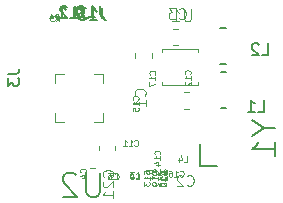
<source format=gbr>
G04 #@! TF.GenerationSoftware,KiCad,Pcbnew,(5.1.0)-1*
G04 #@! TF.CreationDate,2019-09-19T19:12:12-07:00*
G04 #@! TF.ProjectId,WireFreeV4_Release,57697265-4672-4656-9556-345f52656c65,rev?*
G04 #@! TF.SameCoordinates,Original*
G04 #@! TF.FileFunction,Legend,Bot*
G04 #@! TF.FilePolarity,Positive*
%FSLAX46Y46*%
G04 Gerber Fmt 4.6, Leading zero omitted, Abs format (unit mm)*
G04 Created by KiCad (PCBNEW (5.1.0)-1) date 2019-09-19 19:12:12*
%MOMM*%
%LPD*%
G04 APERTURE LIST*
%ADD10C,0.120000*%
%ADD11C,0.100000*%
%ADD12C,0.150000*%
%ADD13C,0.090000*%
%ADD14C,0.200000*%
%ADD15C,0.050000*%
G04 APERTURE END LIST*
D10*
X122679460Y-100838000D02*
X123162060Y-100838000D01*
D11*
X130138700Y-90430580D02*
X129728700Y-90430580D01*
X130138700Y-89030580D02*
X129728700Y-89030580D01*
D12*
X134263920Y-88974800D02*
X133763920Y-88974800D01*
X133763920Y-91974800D02*
X134263920Y-91974800D01*
X132013060Y-100601600D02*
X132013060Y-98772800D01*
X133511660Y-100601600D02*
X132013060Y-100601600D01*
D11*
X123075380Y-96911380D02*
X123835380Y-96911380D01*
X123835380Y-96911380D02*
X123835380Y-96151380D01*
X120495380Y-96911380D02*
X119735380Y-96911380D01*
X119735380Y-96911380D02*
X119735380Y-96151380D01*
X120495380Y-92811380D02*
X119735380Y-92811380D01*
X119735380Y-92811380D02*
X119735380Y-93571380D01*
X123075380Y-92811380D02*
X123835380Y-92811380D01*
X123835380Y-92811380D02*
X123835380Y-93571380D01*
X128774860Y-90707880D02*
X128774860Y-90977880D01*
X131874860Y-90707880D02*
X128774860Y-90707880D01*
X131874860Y-90977880D02*
X131874860Y-90707880D01*
X128774860Y-93807880D02*
X128774860Y-93537880D01*
X131874860Y-93807880D02*
X128774860Y-93807880D01*
X131874860Y-93537880D02*
X131874860Y-93807880D01*
D12*
X134276620Y-92700980D02*
X133776620Y-92700980D01*
X133776620Y-95700980D02*
X134276620Y-95700980D01*
D11*
X124847580Y-98907920D02*
X124847580Y-99317920D01*
X123447580Y-98907920D02*
X123447580Y-99317920D01*
X131066220Y-95792520D02*
X130656220Y-95792520D01*
X131066220Y-94392520D02*
X130656220Y-94392520D01*
X127961620Y-91062700D02*
X127961620Y-91472700D01*
X126561620Y-91062700D02*
X126561620Y-91472700D01*
D13*
X130269493Y-88110971D02*
X130313302Y-88154780D01*
X130444731Y-88198590D01*
X130532350Y-88198590D01*
X130663779Y-88154780D01*
X130751398Y-88067161D01*
X130795207Y-87979542D01*
X130839017Y-87804304D01*
X130839017Y-87672876D01*
X130795207Y-87497638D01*
X130751398Y-87410019D01*
X130663779Y-87322400D01*
X130532350Y-87278590D01*
X130444731Y-87278590D01*
X130313302Y-87322400D01*
X130269493Y-87366209D01*
X129962826Y-87278590D02*
X129393302Y-87278590D01*
X129699969Y-87629066D01*
X129568540Y-87629066D01*
X129480921Y-87672876D01*
X129437112Y-87716685D01*
X129393302Y-87804304D01*
X129393302Y-88023352D01*
X129437112Y-88110971D01*
X129480921Y-88154780D01*
X129568540Y-88198590D01*
X129831398Y-88198590D01*
X129919017Y-88154780D01*
X129962826Y-88110971D01*
D12*
X137272746Y-91257380D02*
X137748937Y-91257380D01*
X137748937Y-90257380D01*
X136987032Y-90352619D02*
X136939413Y-90305000D01*
X136844175Y-90257380D01*
X136606080Y-90257380D01*
X136510841Y-90305000D01*
X136463222Y-90352619D01*
X136415603Y-90447857D01*
X136415603Y-90543095D01*
X136463222Y-90685952D01*
X137034651Y-91257380D01*
X136415603Y-91257380D01*
D14*
X137451840Y-97391159D02*
X138404221Y-97391159D01*
X136404221Y-96724492D02*
X137451840Y-97391159D01*
X136404221Y-98057825D01*
X138404221Y-99772111D02*
X138404221Y-98629254D01*
X138404221Y-99200682D02*
X136404221Y-99200682D01*
X136689936Y-99010206D01*
X136880412Y-98819730D01*
X136975650Y-98629254D01*
X123555569Y-101228661D02*
X123555569Y-102847709D01*
X123460331Y-103038185D01*
X123365093Y-103133423D01*
X123174617Y-103228661D01*
X122793664Y-103228661D01*
X122603188Y-103133423D01*
X122507950Y-103038185D01*
X122412712Y-102847709D01*
X122412712Y-101228661D01*
X121555569Y-101419138D02*
X121460331Y-101323900D01*
X121269855Y-101228661D01*
X120793664Y-101228661D01*
X120603188Y-101323900D01*
X120507950Y-101419138D01*
X120412712Y-101609614D01*
X120412712Y-101800090D01*
X120507950Y-102085804D01*
X121650807Y-103228661D01*
X120412712Y-103228661D01*
D11*
X131272184Y-87366860D02*
X131272184Y-88176384D01*
X131224565Y-88271622D01*
X131176946Y-88319241D01*
X131081708Y-88366860D01*
X130891232Y-88366860D01*
X130795994Y-88319241D01*
X130748375Y-88271622D01*
X130700756Y-88176384D01*
X130700756Y-87366860D01*
X129700756Y-88366860D02*
X130272184Y-88366860D01*
X129986470Y-88366860D02*
X129986470Y-87366860D01*
X130081708Y-87509718D01*
X130176946Y-87604956D01*
X130272184Y-87652575D01*
D15*
X119765593Y-88295610D02*
X119932260Y-88057515D01*
X120051307Y-88295610D02*
X120051307Y-87795610D01*
X119860831Y-87795610D01*
X119813212Y-87819420D01*
X119789402Y-87843229D01*
X119765593Y-87890848D01*
X119765593Y-87962277D01*
X119789402Y-88009896D01*
X119813212Y-88033705D01*
X119860831Y-88057515D01*
X120051307Y-88057515D01*
X119337021Y-87962277D02*
X119337021Y-88295610D01*
X119456069Y-87771800D02*
X119575117Y-88128943D01*
X119265593Y-88128943D01*
X119837053Y-88399750D02*
X120003720Y-88161655D01*
X120122767Y-88399750D02*
X120122767Y-87899750D01*
X119932291Y-87899750D01*
X119884672Y-87923560D01*
X119860862Y-87947369D01*
X119837053Y-87994988D01*
X119837053Y-88066417D01*
X119860862Y-88114036D01*
X119884672Y-88137845D01*
X119932291Y-88161655D01*
X120122767Y-88161655D01*
X119670386Y-87899750D02*
X119360862Y-87899750D01*
X119527529Y-88090226D01*
X119456100Y-88090226D01*
X119408481Y-88114036D01*
X119384672Y-88137845D01*
X119360862Y-88185464D01*
X119360862Y-88304512D01*
X119384672Y-88352131D01*
X119408481Y-88375940D01*
X119456100Y-88399750D01*
X119598958Y-88399750D01*
X119646577Y-88375940D01*
X119670386Y-88352131D01*
X129250570Y-101328706D02*
X129012475Y-101162040D01*
X129250570Y-101042992D02*
X128750570Y-101042992D01*
X128750570Y-101233468D01*
X128774380Y-101281087D01*
X128798189Y-101304897D01*
X128845808Y-101328706D01*
X128917237Y-101328706D01*
X128964856Y-101304897D01*
X128988665Y-101281087D01*
X129012475Y-101233468D01*
X129012475Y-101042992D01*
X128798189Y-101519182D02*
X128774380Y-101542992D01*
X128750570Y-101590611D01*
X128750570Y-101709659D01*
X128774380Y-101757278D01*
X128798189Y-101781087D01*
X128845808Y-101804897D01*
X128893427Y-101804897D01*
X128964856Y-101781087D01*
X129250570Y-101495373D01*
X129250570Y-101804897D01*
X127965330Y-101292806D02*
X127727235Y-101126140D01*
X127965330Y-101007092D02*
X127465330Y-101007092D01*
X127465330Y-101197568D01*
X127489140Y-101245187D01*
X127512949Y-101268997D01*
X127560568Y-101292806D01*
X127631997Y-101292806D01*
X127679616Y-101268997D01*
X127703425Y-101245187D01*
X127727235Y-101197568D01*
X127727235Y-101007092D01*
X127965330Y-101768997D02*
X127965330Y-101483282D01*
X127965330Y-101626140D02*
X127465330Y-101626140D01*
X127536759Y-101578520D01*
X127584378Y-101530901D01*
X127608187Y-101483282D01*
X130676166Y-100283298D02*
X130923785Y-100283298D01*
X130923785Y-99763298D01*
X130279976Y-99936631D02*
X130279976Y-100283298D01*
X130403785Y-99738536D02*
X130527595Y-100109964D01*
X130205690Y-100109964D01*
X126575646Y-101647278D02*
X126823265Y-101647278D01*
X126823265Y-101127278D01*
X126451837Y-101127278D02*
X126129932Y-101127278D01*
X126303265Y-101325373D01*
X126228980Y-101325373D01*
X126179456Y-101350135D01*
X126154694Y-101374897D01*
X126129932Y-101424420D01*
X126129932Y-101548230D01*
X126154694Y-101597754D01*
X126179456Y-101622516D01*
X126228980Y-101647278D01*
X126377551Y-101647278D01*
X126427075Y-101622516D01*
X126451837Y-101597754D01*
D12*
X136948206Y-96055440D02*
X137424397Y-96055440D01*
X137424397Y-95055440D01*
X136091063Y-96055440D02*
X136662492Y-96055440D01*
X136376778Y-96055440D02*
X136376778Y-95055440D01*
X136472016Y-95198298D01*
X136567254Y-95293536D01*
X136662492Y-95341155D01*
X123725203Y-87275420D02*
X123725203Y-87989706D01*
X123772822Y-88132563D01*
X123868060Y-88227801D01*
X124010918Y-88275420D01*
X124106156Y-88275420D01*
X122725203Y-88275420D02*
X123296632Y-88275420D01*
X123010918Y-88275420D02*
X123010918Y-87275420D01*
X123106156Y-87418278D01*
X123201394Y-87513516D01*
X123296632Y-87561135D01*
X122391870Y-87275420D02*
X121772822Y-87275420D01*
X122106156Y-87656373D01*
X121963299Y-87656373D01*
X121868060Y-87703992D01*
X121820441Y-87751611D01*
X121772822Y-87846849D01*
X121772822Y-88084944D01*
X121820441Y-88180182D01*
X121868060Y-88227801D01*
X121963299Y-88275420D01*
X122249013Y-88275420D01*
X122344251Y-88227801D01*
X122391870Y-88180182D01*
X122147863Y-87115400D02*
X122147863Y-87829686D01*
X122195482Y-87972543D01*
X122290720Y-88067781D01*
X122433578Y-88115400D01*
X122528816Y-88115400D01*
X121147863Y-88115400D02*
X121719292Y-88115400D01*
X121433578Y-88115400D02*
X121433578Y-87115400D01*
X121528816Y-87258258D01*
X121624054Y-87353496D01*
X121719292Y-87401115D01*
X120766911Y-87210639D02*
X120719292Y-87163020D01*
X120624054Y-87115400D01*
X120385959Y-87115400D01*
X120290720Y-87163020D01*
X120243101Y-87210639D01*
X120195482Y-87305877D01*
X120195482Y-87401115D01*
X120243101Y-87543972D01*
X120814530Y-88115400D01*
X120195482Y-88115400D01*
X122051343Y-87130640D02*
X122051343Y-87844926D01*
X122098962Y-87987783D01*
X122194200Y-88083021D01*
X122337058Y-88130640D01*
X122432296Y-88130640D01*
X121051343Y-88130640D02*
X121622772Y-88130640D01*
X121337058Y-88130640D02*
X121337058Y-87130640D01*
X121432296Y-87273498D01*
X121527534Y-87368736D01*
X121622772Y-87416355D01*
X120098962Y-88130640D02*
X120670391Y-88130640D01*
X120384677Y-88130640D02*
X120384677Y-87130640D01*
X120479915Y-87273498D01*
X120575153Y-87368736D01*
X120670391Y-87416355D01*
X123565183Y-87051900D02*
X123565183Y-87766186D01*
X123612802Y-87909043D01*
X123708040Y-88004281D01*
X123850898Y-88051900D01*
X123946136Y-88051900D01*
X122565183Y-88051900D02*
X123136612Y-88051900D01*
X122850898Y-88051900D02*
X122850898Y-87051900D01*
X122946136Y-87194758D01*
X123041374Y-87289996D01*
X123136612Y-87337615D01*
X121946136Y-87051900D02*
X121850898Y-87051900D01*
X121755660Y-87099520D01*
X121708040Y-87147139D01*
X121660421Y-87242377D01*
X121612802Y-87432853D01*
X121612802Y-87670948D01*
X121660421Y-87861424D01*
X121708040Y-87956662D01*
X121755660Y-88004281D01*
X121850898Y-88051900D01*
X121946136Y-88051900D01*
X122041374Y-88004281D01*
X122088993Y-87956662D01*
X122136612Y-87861424D01*
X122184231Y-87670948D01*
X122184231Y-87432853D01*
X122136612Y-87242377D01*
X122088993Y-87147139D01*
X122041374Y-87099520D01*
X121946136Y-87051900D01*
X115746280Y-92823706D02*
X116460566Y-92823706D01*
X116603423Y-92776087D01*
X116698661Y-92680849D01*
X116746280Y-92537992D01*
X116746280Y-92442754D01*
X115746280Y-93204659D02*
X115746280Y-93823706D01*
X116127233Y-93490373D01*
X116127233Y-93633230D01*
X116174852Y-93728468D01*
X116222471Y-93776087D01*
X116317709Y-93823706D01*
X116555804Y-93823706D01*
X116651042Y-93776087D01*
X116698661Y-93728468D01*
X116746280Y-93633230D01*
X116746280Y-93347516D01*
X116698661Y-93252278D01*
X116651042Y-93204659D01*
D13*
X124615851Y-101559331D02*
X124659660Y-101515521D01*
X124703470Y-101384093D01*
X124703470Y-101296474D01*
X124659660Y-101165045D01*
X124572041Y-101077426D01*
X124484422Y-101033617D01*
X124309184Y-100989807D01*
X124177756Y-100989807D01*
X124002518Y-101033617D01*
X123914899Y-101077426D01*
X123827280Y-101165045D01*
X123783470Y-101296474D01*
X123783470Y-101384093D01*
X123827280Y-101515521D01*
X123871089Y-101559331D01*
X123871089Y-101909807D02*
X123827280Y-101953617D01*
X123783470Y-102041236D01*
X123783470Y-102260283D01*
X123827280Y-102347902D01*
X123871089Y-102391712D01*
X123958708Y-102435521D01*
X124046327Y-102435521D01*
X124177756Y-102391712D01*
X124703470Y-101865998D01*
X124703470Y-102435521D01*
X124703470Y-103311712D02*
X124703470Y-102785998D01*
X124703470Y-103048855D02*
X123783470Y-103048855D01*
X123914899Y-102961236D01*
X124002518Y-102873617D01*
X124046327Y-102785998D01*
D15*
X129134371Y-101383391D02*
X129158180Y-101359581D01*
X129181990Y-101288153D01*
X129181990Y-101240534D01*
X129158180Y-101169105D01*
X129110561Y-101121486D01*
X129062942Y-101097677D01*
X128967704Y-101073867D01*
X128896276Y-101073867D01*
X128801038Y-101097677D01*
X128753419Y-101121486D01*
X128705800Y-101169105D01*
X128681990Y-101240534D01*
X128681990Y-101288153D01*
X128705800Y-101359581D01*
X128729609Y-101383391D01*
X128729609Y-101573867D02*
X128705800Y-101597677D01*
X128681990Y-101645296D01*
X128681990Y-101764343D01*
X128705800Y-101811962D01*
X128729609Y-101835772D01*
X128777228Y-101859581D01*
X128824847Y-101859581D01*
X128896276Y-101835772D01*
X129181990Y-101550058D01*
X129181990Y-101859581D01*
X128681990Y-102169105D02*
X128681990Y-102216724D01*
X128705800Y-102264343D01*
X128729609Y-102288153D01*
X128777228Y-102311962D01*
X128872466Y-102335772D01*
X128991514Y-102335772D01*
X129086752Y-102311962D01*
X129134371Y-102288153D01*
X129158180Y-102264343D01*
X129181990Y-102216724D01*
X129181990Y-102169105D01*
X129158180Y-102121486D01*
X129134371Y-102097677D01*
X129086752Y-102073867D01*
X128991514Y-102050058D01*
X128872466Y-102050058D01*
X128777228Y-102073867D01*
X128729609Y-102097677D01*
X128705800Y-102121486D01*
X128681990Y-102169105D01*
X128425711Y-101337671D02*
X128449520Y-101313861D01*
X128473330Y-101242433D01*
X128473330Y-101194814D01*
X128449520Y-101123385D01*
X128401901Y-101075766D01*
X128354282Y-101051957D01*
X128259044Y-101028147D01*
X128187616Y-101028147D01*
X128092378Y-101051957D01*
X128044759Y-101075766D01*
X127997140Y-101123385D01*
X127973330Y-101194814D01*
X127973330Y-101242433D01*
X127997140Y-101313861D01*
X128020949Y-101337671D01*
X128473330Y-101813861D02*
X128473330Y-101528147D01*
X128473330Y-101671004D02*
X127973330Y-101671004D01*
X128044759Y-101623385D01*
X128092378Y-101575766D01*
X128116187Y-101528147D01*
X128473330Y-102051957D02*
X128473330Y-102147195D01*
X128449520Y-102194814D01*
X128425711Y-102218623D01*
X128354282Y-102266242D01*
X128259044Y-102290052D01*
X128068568Y-102290052D01*
X128020949Y-102266242D01*
X127997140Y-102242433D01*
X127973330Y-102194814D01*
X127973330Y-102099576D01*
X127997140Y-102051957D01*
X128020949Y-102028147D01*
X128068568Y-102004338D01*
X128187616Y-102004338D01*
X128235235Y-102028147D01*
X128259044Y-102051957D01*
X128282854Y-102099576D01*
X128282854Y-102194814D01*
X128259044Y-102242433D01*
X128235235Y-102266242D01*
X128187616Y-102290052D01*
X128956508Y-101367091D02*
X128980318Y-101390900D01*
X129051746Y-101414710D01*
X129099365Y-101414710D01*
X129170794Y-101390900D01*
X129218413Y-101343281D01*
X129242222Y-101295662D01*
X129266032Y-101200424D01*
X129266032Y-101128996D01*
X129242222Y-101033758D01*
X129218413Y-100986139D01*
X129170794Y-100938520D01*
X129099365Y-100914710D01*
X129051746Y-100914710D01*
X128980318Y-100938520D01*
X128956508Y-100962329D01*
X128480318Y-101414710D02*
X128766032Y-101414710D01*
X128623175Y-101414710D02*
X128623175Y-100914710D01*
X128670794Y-100986139D01*
X128718413Y-101033758D01*
X128766032Y-101057567D01*
X128194603Y-101128996D02*
X128242222Y-101105186D01*
X128266032Y-101081377D01*
X128289841Y-101033758D01*
X128289841Y-101009948D01*
X128266032Y-100962329D01*
X128242222Y-100938520D01*
X128194603Y-100914710D01*
X128099365Y-100914710D01*
X128051746Y-100938520D01*
X128027937Y-100962329D01*
X128004127Y-101009948D01*
X128004127Y-101033758D01*
X128027937Y-101081377D01*
X128051746Y-101105186D01*
X128099365Y-101128996D01*
X128194603Y-101128996D01*
X128242222Y-101152805D01*
X128266032Y-101176615D01*
X128289841Y-101224234D01*
X128289841Y-101319472D01*
X128266032Y-101367091D01*
X128242222Y-101390900D01*
X128194603Y-101414710D01*
X128099365Y-101414710D01*
X128051746Y-101390900D01*
X128027937Y-101367091D01*
X128004127Y-101319472D01*
X128004127Y-101224234D01*
X128027937Y-101176615D01*
X128051746Y-101152805D01*
X128099365Y-101128996D01*
X128207271Y-92888951D02*
X128231080Y-92865141D01*
X128254890Y-92793713D01*
X128254890Y-92746094D01*
X128231080Y-92674665D01*
X128183461Y-92627046D01*
X128135842Y-92603237D01*
X128040604Y-92579427D01*
X127969176Y-92579427D01*
X127873938Y-92603237D01*
X127826319Y-92627046D01*
X127778700Y-92674665D01*
X127754890Y-92746094D01*
X127754890Y-92793713D01*
X127778700Y-92865141D01*
X127802509Y-92888951D01*
X128254890Y-93365141D02*
X128254890Y-93079427D01*
X128254890Y-93222284D02*
X127754890Y-93222284D01*
X127826319Y-93174665D01*
X127873938Y-93127046D01*
X127897747Y-93079427D01*
X127754890Y-93531808D02*
X127754890Y-93865141D01*
X128254890Y-93650856D01*
X130346568Y-101491551D02*
X130370378Y-101515360D01*
X130441806Y-101539170D01*
X130489425Y-101539170D01*
X130560854Y-101515360D01*
X130608473Y-101467741D01*
X130632282Y-101420122D01*
X130656092Y-101324884D01*
X130656092Y-101253456D01*
X130632282Y-101158218D01*
X130608473Y-101110599D01*
X130560854Y-101062980D01*
X130489425Y-101039170D01*
X130441806Y-101039170D01*
X130370378Y-101062980D01*
X130346568Y-101086789D01*
X129870378Y-101539170D02*
X130156092Y-101539170D01*
X130013235Y-101539170D02*
X130013235Y-101039170D01*
X130060854Y-101110599D01*
X130108473Y-101158218D01*
X130156092Y-101182027D01*
X129441806Y-101039170D02*
X129537044Y-101039170D01*
X129584663Y-101062980D01*
X129608473Y-101086789D01*
X129656092Y-101158218D01*
X129679901Y-101253456D01*
X129679901Y-101443932D01*
X129656092Y-101491551D01*
X129632282Y-101515360D01*
X129584663Y-101539170D01*
X129489425Y-101539170D01*
X129441806Y-101515360D01*
X129417997Y-101491551D01*
X129394187Y-101443932D01*
X129394187Y-101324884D01*
X129417997Y-101277265D01*
X129441806Y-101253456D01*
X129489425Y-101229646D01*
X129584663Y-101229646D01*
X129632282Y-101253456D01*
X129656092Y-101277265D01*
X129679901Y-101324884D01*
X126779791Y-95027631D02*
X126803600Y-95003821D01*
X126827410Y-94932393D01*
X126827410Y-94884774D01*
X126803600Y-94813345D01*
X126755981Y-94765726D01*
X126708362Y-94741917D01*
X126613124Y-94718107D01*
X126541696Y-94718107D01*
X126446458Y-94741917D01*
X126398839Y-94765726D01*
X126351220Y-94813345D01*
X126327410Y-94884774D01*
X126327410Y-94932393D01*
X126351220Y-95003821D01*
X126375029Y-95027631D01*
X126827410Y-95503821D02*
X126827410Y-95218107D01*
X126827410Y-95360964D02*
X126327410Y-95360964D01*
X126398839Y-95313345D01*
X126446458Y-95265726D01*
X126470267Y-95218107D01*
X126327410Y-95956202D02*
X126327410Y-95718107D01*
X126565505Y-95694298D01*
X126541696Y-95718107D01*
X126517886Y-95765726D01*
X126517886Y-95884774D01*
X126541696Y-95932393D01*
X126565505Y-95956202D01*
X126613124Y-95980012D01*
X126732172Y-95980012D01*
X126779791Y-95956202D01*
X126803600Y-95932393D01*
X126827410Y-95884774D01*
X126827410Y-95765726D01*
X126803600Y-95718107D01*
X126779791Y-95694298D01*
X128621291Y-99635871D02*
X128645100Y-99612061D01*
X128668910Y-99540633D01*
X128668910Y-99493014D01*
X128645100Y-99421585D01*
X128597481Y-99373966D01*
X128549862Y-99350157D01*
X128454624Y-99326347D01*
X128383196Y-99326347D01*
X128287958Y-99350157D01*
X128240339Y-99373966D01*
X128192720Y-99421585D01*
X128168910Y-99493014D01*
X128168910Y-99540633D01*
X128192720Y-99612061D01*
X128216529Y-99635871D01*
X128668910Y-100112061D02*
X128668910Y-99826347D01*
X128668910Y-99969204D02*
X128168910Y-99969204D01*
X128240339Y-99921585D01*
X128287958Y-99873966D01*
X128311767Y-99826347D01*
X128335577Y-100540633D02*
X128668910Y-100540633D01*
X128145100Y-100421585D02*
X128502243Y-100302538D01*
X128502243Y-100612061D01*
X127714511Y-101335131D02*
X127738320Y-101311321D01*
X127762130Y-101239893D01*
X127762130Y-101192274D01*
X127738320Y-101120845D01*
X127690701Y-101073226D01*
X127643082Y-101049417D01*
X127547844Y-101025607D01*
X127476416Y-101025607D01*
X127381178Y-101049417D01*
X127333559Y-101073226D01*
X127285940Y-101120845D01*
X127262130Y-101192274D01*
X127262130Y-101239893D01*
X127285940Y-101311321D01*
X127309749Y-101335131D01*
X127762130Y-101811321D02*
X127762130Y-101525607D01*
X127762130Y-101668464D02*
X127262130Y-101668464D01*
X127333559Y-101620845D01*
X127381178Y-101573226D01*
X127404987Y-101525607D01*
X127262130Y-101977988D02*
X127262130Y-102287512D01*
X127452606Y-102120845D01*
X127452606Y-102192274D01*
X127476416Y-102239893D01*
X127500225Y-102263702D01*
X127547844Y-102287512D01*
X127666892Y-102287512D01*
X127714511Y-102263702D01*
X127738320Y-102239893D01*
X127762130Y-102192274D01*
X127762130Y-102049417D01*
X127738320Y-102001798D01*
X127714511Y-101977988D01*
X131199391Y-92845771D02*
X131223200Y-92821961D01*
X131247010Y-92750533D01*
X131247010Y-92702914D01*
X131223200Y-92631485D01*
X131175581Y-92583866D01*
X131127962Y-92560057D01*
X131032724Y-92536247D01*
X130961296Y-92536247D01*
X130866058Y-92560057D01*
X130818439Y-92583866D01*
X130770820Y-92631485D01*
X130747010Y-92702914D01*
X130747010Y-92750533D01*
X130770820Y-92821961D01*
X130794629Y-92845771D01*
X131247010Y-93321961D02*
X131247010Y-93036247D01*
X131247010Y-93179104D02*
X130747010Y-93179104D01*
X130818439Y-93131485D01*
X130866058Y-93083866D01*
X130889867Y-93036247D01*
X130794629Y-93512438D02*
X130770820Y-93536247D01*
X130747010Y-93583866D01*
X130747010Y-93702914D01*
X130770820Y-93750533D01*
X130794629Y-93774342D01*
X130842248Y-93798152D01*
X130889867Y-93798152D01*
X130961296Y-93774342D01*
X131247010Y-93488628D01*
X131247010Y-93798152D01*
X126485768Y-98893131D02*
X126509578Y-98916940D01*
X126581006Y-98940750D01*
X126628625Y-98940750D01*
X126700054Y-98916940D01*
X126747673Y-98869321D01*
X126771482Y-98821702D01*
X126795292Y-98726464D01*
X126795292Y-98655036D01*
X126771482Y-98559798D01*
X126747673Y-98512179D01*
X126700054Y-98464560D01*
X126628625Y-98440750D01*
X126581006Y-98440750D01*
X126509578Y-98464560D01*
X126485768Y-98488369D01*
X126009578Y-98940750D02*
X126295292Y-98940750D01*
X126152435Y-98940750D02*
X126152435Y-98440750D01*
X126200054Y-98512179D01*
X126247673Y-98559798D01*
X126295292Y-98583607D01*
X125533387Y-98940750D02*
X125819101Y-98940750D01*
X125676244Y-98940750D02*
X125676244Y-98440750D01*
X125723863Y-98512179D01*
X125771482Y-98559798D01*
X125819101Y-98583607D01*
X128989591Y-101416411D02*
X129013400Y-101392601D01*
X129037210Y-101321173D01*
X129037210Y-101273554D01*
X129013400Y-101202125D01*
X128965781Y-101154506D01*
X128918162Y-101130697D01*
X128822924Y-101106887D01*
X128751496Y-101106887D01*
X128656258Y-101130697D01*
X128608639Y-101154506D01*
X128561020Y-101202125D01*
X128537210Y-101273554D01*
X128537210Y-101321173D01*
X128561020Y-101392601D01*
X128584829Y-101416411D01*
X129037210Y-101892601D02*
X129037210Y-101606887D01*
X129037210Y-101749744D02*
X128537210Y-101749744D01*
X128608639Y-101702125D01*
X128656258Y-101654506D01*
X128680067Y-101606887D01*
X128537210Y-102202125D02*
X128537210Y-102249744D01*
X128561020Y-102297363D01*
X128584829Y-102321173D01*
X128632448Y-102344982D01*
X128727686Y-102368792D01*
X128846734Y-102368792D01*
X128941972Y-102344982D01*
X128989591Y-102321173D01*
X129013400Y-102297363D01*
X129037210Y-102249744D01*
X129037210Y-102202125D01*
X129013400Y-102154506D01*
X128989591Y-102130697D01*
X128941972Y-102106887D01*
X128846734Y-102083078D01*
X128727686Y-102083078D01*
X128632448Y-102106887D01*
X128584829Y-102130697D01*
X128561020Y-102154506D01*
X128537210Y-102202125D01*
X126572293Y-101720151D02*
X126596102Y-101743960D01*
X126667531Y-101767770D01*
X126715150Y-101767770D01*
X126786579Y-101743960D01*
X126834198Y-101696341D01*
X126858007Y-101648722D01*
X126881817Y-101553484D01*
X126881817Y-101482056D01*
X126858007Y-101386818D01*
X126834198Y-101339199D01*
X126786579Y-101291580D01*
X126715150Y-101267770D01*
X126667531Y-101267770D01*
X126596102Y-101291580D01*
X126572293Y-101315389D01*
X126334198Y-101767770D02*
X126238960Y-101767770D01*
X126191340Y-101743960D01*
X126167531Y-101720151D01*
X126119912Y-101648722D01*
X126096102Y-101553484D01*
X126096102Y-101363008D01*
X126119912Y-101315389D01*
X126143721Y-101291580D01*
X126191340Y-101267770D01*
X126286579Y-101267770D01*
X126334198Y-101291580D01*
X126358007Y-101315389D01*
X126381817Y-101363008D01*
X126381817Y-101482056D01*
X126358007Y-101529675D01*
X126334198Y-101553484D01*
X126286579Y-101577294D01*
X126191340Y-101577294D01*
X126143721Y-101553484D01*
X126119912Y-101529675D01*
X126096102Y-101482056D01*
X124704033Y-101694751D02*
X124727842Y-101718560D01*
X124799271Y-101742370D01*
X124846890Y-101742370D01*
X124918319Y-101718560D01*
X124965938Y-101670941D01*
X124989747Y-101623322D01*
X125013557Y-101528084D01*
X125013557Y-101456656D01*
X124989747Y-101361418D01*
X124965938Y-101313799D01*
X124918319Y-101266180D01*
X124846890Y-101242370D01*
X124799271Y-101242370D01*
X124727842Y-101266180D01*
X124704033Y-101289989D01*
X124275461Y-101242370D02*
X124370700Y-101242370D01*
X124418319Y-101266180D01*
X124442128Y-101289989D01*
X124489747Y-101361418D01*
X124513557Y-101456656D01*
X124513557Y-101647132D01*
X124489747Y-101694751D01*
X124465938Y-101718560D01*
X124418319Y-101742370D01*
X124323080Y-101742370D01*
X124275461Y-101718560D01*
X124251652Y-101694751D01*
X124227842Y-101647132D01*
X124227842Y-101528084D01*
X124251652Y-101480465D01*
X124275461Y-101456656D01*
X124323080Y-101432846D01*
X124418319Y-101432846D01*
X124465938Y-101456656D01*
X124489747Y-101480465D01*
X124513557Y-101528084D01*
X124840513Y-101699831D02*
X124864322Y-101723640D01*
X124935751Y-101747450D01*
X124983370Y-101747450D01*
X125054799Y-101723640D01*
X125102418Y-101676021D01*
X125126227Y-101628402D01*
X125150037Y-101533164D01*
X125150037Y-101461736D01*
X125126227Y-101366498D01*
X125102418Y-101318879D01*
X125054799Y-101271260D01*
X124983370Y-101247450D01*
X124935751Y-101247450D01*
X124864322Y-101271260D01*
X124840513Y-101295069D01*
X124388132Y-101247450D02*
X124626227Y-101247450D01*
X124650037Y-101485545D01*
X124626227Y-101461736D01*
X124578608Y-101437926D01*
X124459560Y-101437926D01*
X124411941Y-101461736D01*
X124388132Y-101485545D01*
X124364322Y-101533164D01*
X124364322Y-101652212D01*
X124388132Y-101699831D01*
X124411941Y-101723640D01*
X124459560Y-101747450D01*
X124578608Y-101747450D01*
X124626227Y-101723640D01*
X124650037Y-101699831D01*
X122329711Y-101181386D02*
X122353520Y-101157577D01*
X122377330Y-101086148D01*
X122377330Y-101038529D01*
X122353520Y-100967100D01*
X122305901Y-100919481D01*
X122258282Y-100895672D01*
X122163044Y-100871862D01*
X122091616Y-100871862D01*
X121996378Y-100895672D01*
X121948759Y-100919481D01*
X121901140Y-100967100D01*
X121877330Y-101038529D01*
X121877330Y-101086148D01*
X121901140Y-101157577D01*
X121924949Y-101181386D01*
X122043997Y-101609958D02*
X122377330Y-101609958D01*
X121853520Y-101490910D02*
X122210663Y-101371862D01*
X122210663Y-101681386D01*
D13*
X130920573Y-102240991D02*
X130964382Y-102284800D01*
X131095811Y-102328610D01*
X131183430Y-102328610D01*
X131314859Y-102284800D01*
X131402478Y-102197181D01*
X131446287Y-102109562D01*
X131490097Y-101934324D01*
X131490097Y-101802896D01*
X131446287Y-101627658D01*
X131402478Y-101540039D01*
X131314859Y-101452420D01*
X131183430Y-101408610D01*
X131095811Y-101408610D01*
X130964382Y-101452420D01*
X130920573Y-101496229D01*
X130570097Y-101496229D02*
X130526287Y-101452420D01*
X130438668Y-101408610D01*
X130219620Y-101408610D01*
X130132001Y-101452420D01*
X130088192Y-101496229D01*
X130044382Y-101583848D01*
X130044382Y-101671467D01*
X130088192Y-101802896D01*
X130613906Y-102328610D01*
X130044382Y-102328610D01*
X127341271Y-94667406D02*
X127385080Y-94623597D01*
X127428890Y-94492168D01*
X127428890Y-94404549D01*
X127385080Y-94273120D01*
X127297461Y-94185501D01*
X127209842Y-94141692D01*
X127034604Y-94097882D01*
X126903176Y-94097882D01*
X126727938Y-94141692D01*
X126640319Y-94185501D01*
X126552700Y-94273120D01*
X126508890Y-94404549D01*
X126508890Y-94492168D01*
X126552700Y-94623597D01*
X126596509Y-94667406D01*
X127428890Y-95543597D02*
X127428890Y-95017882D01*
X127428890Y-95280740D02*
X126508890Y-95280740D01*
X126640319Y-95193120D01*
X126727938Y-95105501D01*
X126771747Y-95017882D01*
M02*

</source>
